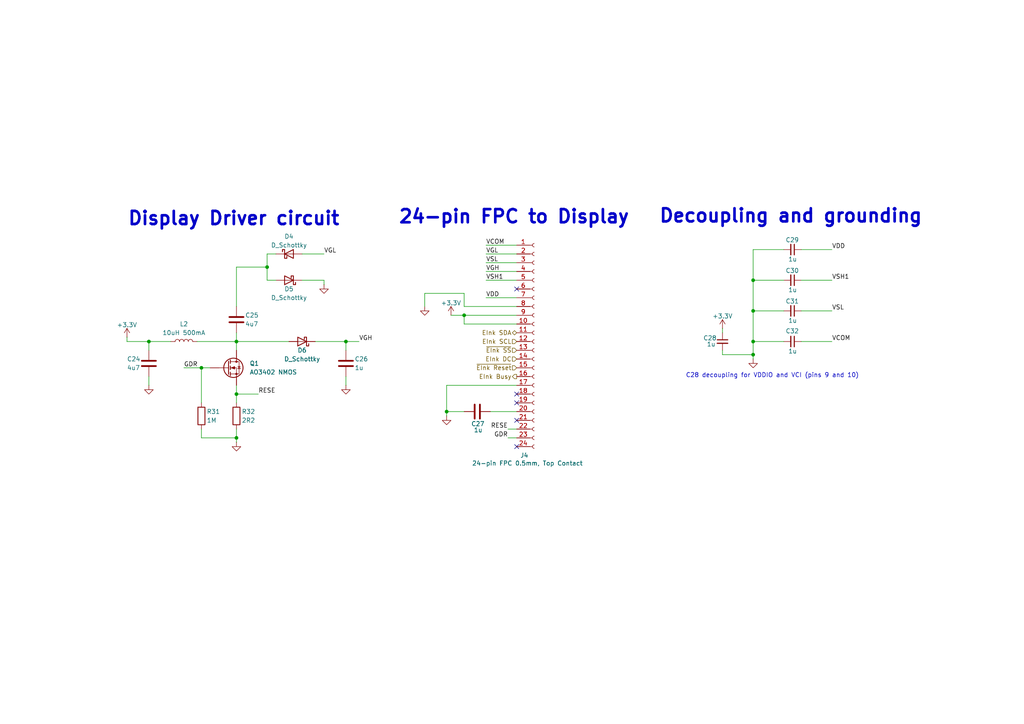
<source format=kicad_sch>
(kicad_sch (version 20250114) (generator "eeschema") (generator_version "9.0")
  (paper "A4")
  (title_block (title "Tiny Ambient Tracker - Eink display"))
  (lib_symbols
    (symbol "Connector:Conn_01x24_Socket" (pin_names (offset 1.016) (hide yes))
      (property "Reference" "J" (at 0 30.48 0))
      (property "Value" "Conn_01x24_Socket" (at 0 -33.02 0))
      (symbol "Conn_01x24_Socket_1_1"
        (polyline (pts (xy -1.27 27.94) (xy -0.508 27.94)) (stroke (width 0.1524)))
        (polyline (pts (xy -1.27 25.4) (xy -0.508 25.4)) (stroke (width 0.1524)))
        (polyline (pts (xy -1.27 22.86) (xy -0.508 22.86)) (stroke (width 0.1524)))
        (polyline (pts (xy -1.27 20.32) (xy -0.508 20.32)) (stroke (width 0.1524)))
        (polyline (pts (xy -1.27 17.78) (xy -0.508 17.78)) (stroke (width 0.1524)))
        (polyline (pts (xy -1.27 15.24) (xy -0.508 15.24)) (stroke (width 0.1524)))
        (polyline (pts (xy -1.27 12.7) (xy -0.508 12.7)) (stroke (width 0.1524)))
        (polyline (pts (xy -1.27 10.16) (xy -0.508 10.16)) (stroke (width 0.1524)))
        (polyline (pts (xy -1.27 7.62) (xy -0.508 7.62)) (stroke (width 0.1524)))
        (polyline (pts (xy -1.27 5.08) (xy -0.508 5.08)) (stroke (width 0.1524)))
        (polyline (pts (xy -1.27 2.54) (xy -0.508 2.54)) (stroke (width 0.1524)))
        (polyline (pts (xy -1.27 0) (xy -0.508 0)) (stroke (width 0.1524)))
        (polyline (pts (xy -1.27 -2.54) (xy -0.508 -2.54)) (stroke (width 0.1524)))
        (polyline (pts (xy -1.27 -5.08) (xy -0.508 -5.08)) (stroke (width 0.1524)))
        (polyline (pts (xy -1.27 -7.62) (xy -0.508 -7.62)) (stroke (width 0.1524)))
        (polyline (pts (xy -1.27 -10.16) (xy -0.508 -10.16)) (stroke (width 0.1524)))
        (polyline (pts (xy -1.27 -12.7) (xy -0.508 -12.7)) (stroke (width 0.1524)))
        (polyline (pts (xy -1.27 -15.24) (xy -0.508 -15.24)) (stroke (width 0.1524)))
        (polyline (pts (xy -1.27 -17.78) (xy -0.508 -17.78)) (stroke (width 0.1524)))
        (polyline (pts (xy -1.27 -20.32) (xy -0.508 -20.32)) (stroke (width 0.1524)))
        (polyline (pts (xy -1.27 -22.86) (xy -0.508 -22.86)) (stroke (width 0.1524)))
        (polyline (pts (xy -1.27 -25.4) (xy -0.508 -25.4)) (stroke (width 0.1524)))
        (polyline (pts (xy -1.27 -27.94) (xy -0.508 -27.94)) (stroke (width 0.1524)))
        (polyline (pts (xy -1.27 -30.48) (xy -0.508 -30.48)) (stroke (width 0.1524)))
        (arc (start 0 27.432) (mid -0.5058 27.94) (end 0 28.448) (stroke (width 0.1524)))
        (arc (start 0 24.892) (mid -0.5058 25.4) (end 0 25.908) (stroke (width 0.1524)))
        (arc (start 0 22.352) (mid -0.5058 22.86) (end 0 23.368) (stroke (width 0.1524)))
        (arc (start 0 19.812) (mid -0.5058 20.32) (end 0 20.828) (stroke (width 0.1524)))
        (arc (start 0 17.272) (mid -0.5058 17.78) (end 0 18.288) (stroke (width 0.1524)))
        (arc (start 0 14.732) (mid -0.5058 15.24) (end 0 15.748) (stroke (width 0.1524)))
        (arc (start 0 12.192) (mid -0.5058 12.7) (end 0 13.208) (stroke (width 0.1524)))
        (arc (start 0 9.652) (mid -0.5058 10.16) (end 0 10.668) (stroke (width 0.1524)))
        (arc (start 0 7.112) (mid -0.5058 7.62) (end 0 8.128) (stroke (width 0.1524)))
        (arc (start 0 4.572) (mid -0.5058 5.08) (end 0 5.588) (stroke (width 0.1524)))
        (arc (start 0 2.032) (mid -0.5058 2.54) (end 0 3.048) (stroke (width 0.1524)))
        (arc (start 0 -0.508) (mid -0.5058 0) (end 0 0.508) (stroke (width 0.1524)))
        (arc (start 0 -3.048) (mid -0.5058 -2.54) (end 0 -2.032) (stroke (width 0.1524)))
        (arc (start 0 -5.588) (mid -0.5058 -5.08) (end 0 -4.572) (stroke (width 0.1524)))
        (arc (start 0 -8.128) (mid -0.5058 -7.62) (end 0 -7.112) (stroke (width 0.1524)))
        (arc (start 0 -10.668) (mid -0.5058 -10.16) (end 0 -9.652) (stroke (width 0.1524)))
        (arc (start 0 -13.208) (mid -0.5058 -12.7) (end 0 -12.192) (stroke (width 0.1524)))
        (arc (start 0 -15.748) (mid -0.5058 -15.24) (end 0 -14.732) (stroke (width 0.1524)))
        (arc (start 0 -18.288) (mid -0.5058 -17.78) (end 0 -17.272) (stroke (width 0.1524)))
        (arc (start 0 -20.828) (mid -0.5058 -20.32) (end 0 -19.812) (stroke (width 0.1524)))
        (arc (start 0 -23.368) (mid -0.5058 -22.86) (end 0 -22.352) (stroke (width 0.1524)))
        (arc (start 0 -25.908) (mid -0.5058 -25.4) (end 0 -24.892) (stroke (width 0.1524)))
        (arc (start 0 -28.448) (mid -0.5058 -27.94) (end 0 -27.432) (stroke (width 0.1524)))
        (arc (start 0 -30.988) (mid -0.5058 -30.48) (end 0 -29.972) (stroke (width 0.1524)))
        (pin passive line (at -5.08 27.94 0) (length 3.81) (name "Pin_1") (number "1"))
        (pin passive line (at -5.08 25.4 0) (length 3.81) (name "Pin_2") (number "2"))
        (pin passive line (at -5.08 22.86 0) (length 3.81) (name "Pin_3") (number "3"))
        (pin passive line (at -5.08 20.32 0) (length 3.81) (name "Pin_4") (number "4"))
        (pin passive line (at -5.08 17.78 0) (length 3.81) (name "Pin_5") (number "5"))
        (pin passive line (at -5.08 15.24 0) (length 3.81) (name "Pin_6") (number "6"))
        (pin passive line (at -5.08 12.7 0) (length 3.81) (name "Pin_7") (number "7"))
        (pin passive line (at -5.08 10.16 0) (length 3.81) (name "Pin_8") (number "8"))
        (pin passive line (at -5.08 7.62 0) (length 3.81) (name "Pin_9") (number "9"))
        (pin passive line (at -5.08 5.08 0) (length 3.81) (name "Pin_10") (number "10"))
        (pin passive line (at -5.08 2.54 0) (length 3.81) (name "Pin_11") (number "11"))
        (pin passive line (at -5.08 0 0) (length 3.81) (name "Pin_12") (number "12"))
        (pin passive line (at -5.08 -2.54 0) (length 3.81) (name "Pin_13") (number "13"))
        (pin passive line (at -5.08 -5.08 0) (length 3.81) (name "Pin_14") (number "14"))
        (pin passive line (at -5.08 -7.62 0) (length 3.81) (name "Pin_15") (number "15"))
        (pin passive line (at -5.08 -10.16 0) (length 3.81) (name "Pin_16") (number "16"))
        (pin passive line (at -5.08 -12.7 0) (length 3.81) (name "Pin_17") (number "17"))
        (pin passive line (at -5.08 -15.24 0) (length 3.81) (name "Pin_18") (number "18"))
        (pin passive line (at -5.08 -17.78 0) (length 3.81) (name "Pin_19") (number "19"))
        (pin passive line (at -5.08 -20.32 0) (length 3.81) (name "Pin_20") (number "20"))
        (pin passive line (at -5.08 -22.86 0) (length 3.81) (name "Pin_21") (number "21"))
        (pin passive line (at -5.08 -25.4 0) (length 3.81) (name "Pin_22") (number "22"))
        (pin passive line (at -5.08 -27.94 0) (length 3.81) (name "Pin_23") (number "23"))
        (pin passive line (at -5.08 -30.48 0) (length 3.81) (name "Pin_24") (number "24"))
      )
    )
    (symbol "Device:C" (pin_numbers (hide yes)) (pin_names (offset 0.254))
      (property "Reference" "C" (at 0.635 2.54 0))
      (property "Value" "C" (at 0.635 -2.54 0))
      (symbol "C_0_1"
        (polyline (pts (xy -2.032 0.762) (xy 2.032 0.762)) (stroke (width 0.508)))
        (polyline (pts (xy -2.032 -0.762) (xy 2.032 -0.762)) (stroke (width 0.508)))
      )
      (symbol "C_1_1"
        (pin passive line (at 0 3.81 270) (length 2.794) (name "~") (number "1"))
        (pin passive line (at 0 -3.81 90) (length 2.794) (name "~") (number "2"))
      )
    )
    (symbol "Device:C_Small" (pin_numbers (hide yes)) (pin_names (offset 0.254) (hide yes))
      (property "Reference" "C" (at 0.254 1.778 0))
      (property "Value" "C_Small" (at 0.254 -2.032 0))
      (symbol "C_Small_0_1"
        (polyline (pts (xy -1.524 0.508) (xy 1.524 0.508)) (stroke (width 0.3048)))
        (polyline (pts (xy -1.524 -0.508) (xy 1.524 -0.508)) (stroke (width 0.3302)))
      )
      (symbol "C_Small_1_1"
        (pin passive line (at 0 2.54 270) (length 2.032) (name "~") (number "1"))
        (pin passive line (at 0 -2.54 90) (length 2.032) (name "~") (number "2"))
      )
    )
    (symbol "Device:D_Schottky" (pin_numbers (hide yes)) (pin_names (offset 1.016) (hide yes))
      (property "Reference" "D" (at 0 2.54 0))
      (property "Value" "D_Schottky" (at 0 -2.54 0))
      (symbol "D_Schottky_0_1"
        (polyline (pts (xy -1.905 0.635) (xy -1.905 1.27) (xy -1.27 1.27) (xy -1.27 -1.27) (xy -0.635 -1.27) (xy -0.635 -0.635)) (stroke (width 0.254)))
        (polyline (pts (xy 1.27 1.27) (xy 1.27 -1.27) (xy -1.27 0) (xy 1.27 1.27)) (stroke (width 0.254)))
        (polyline (pts (xy 1.27 0) (xy -1.27 0)))
      )
      (symbol "D_Schottky_1_1"
        (pin passive line (at -3.81 0 0) (length 2.54) (name "K") (number "1"))
        (pin passive line (at 3.81 0 180) (length 2.54) (name "A") (number "2"))
      )
    )
    (symbol "Device:L" (pin_numbers (hide yes)) (pin_names (offset 1.016) (hide yes))
      (property "Reference" "L" (at -1.27 0 90))
      (property "Value" "L" (at 1.905 0 90))
      (symbol "L_0_1"
        (arc (start 0 2.54) (mid 0.6323 1.905) (end 0 1.27))
        (arc (start 0 1.27) (mid 0.6323 0.635) (end 0 0))
        (arc (start 0 0) (mid 0.6323 -0.635) (end 0 -1.27))
        (arc (start 0 -1.27) (mid 0.6323 -1.905) (end 0 -2.54))
      )
      (symbol "L_1_1"
        (pin passive line (at 0 3.81 270) (length 1.27) (name "1") (number "1"))
        (pin passive line (at 0 -3.81 90) (length 1.27) (name "2") (number "2"))
      )
    )
    (symbol "Device:Q_NMOS" (pin_numbers (hide yes)) (pin_names (offset 0) (hide yes))
      (property "Reference" "Q" (at 5.08 1.27 0))
      (property "Value" "Q_NMOS" (at 5.08 -1.27 0))
      (symbol "Q_NMOS_0_1"
        (polyline (pts (xy 0.254 1.905) (xy 0.254 -1.905)) (stroke (width 0.254)))
        (polyline (pts (xy 0.254 0) (xy -2.54 0)))
        (polyline (pts (xy 0.762 2.286) (xy 0.762 1.27)) (stroke (width 0.254)))
        (polyline (pts (xy 0.762 0.508) (xy 0.762 -0.508)) (stroke (width 0.254)))
        (polyline (pts (xy 0.762 -1.27) (xy 0.762 -2.286)) (stroke (width 0.254)))
        (polyline (pts (xy 0.762 -1.778) (xy 3.302 -1.778) (xy 3.302 1.778) (xy 0.762 1.778)))
        (polyline (pts (xy 1.016 0) (xy 2.032 0.381) (xy 2.032 -0.381) (xy 1.016 0)) (fill (type outline)))
        (circle (center 1.651 0) (radius 2.794) (stroke (width 0.254)))
        (polyline (pts (xy 2.54 2.54) (xy 2.54 1.778)))
        (circle (center 2.54 1.778) (radius 0.254) (fill (type outline)))
        (circle (center 2.54 -1.778) (radius 0.254) (fill (type outline)))
        (polyline (pts (xy 2.54 -2.54) (xy 2.54 0) (xy 0.762 0)))
        (polyline (pts (xy 2.921 0.381) (xy 3.683 0.381)))
        (polyline (pts (xy 3.302 0.381) (xy 2.921 -0.254) (xy 3.683 -0.254) (xy 3.302 0.381)))
      )
      (symbol "Q_NMOS_1_1"
        (pin input line (at -5.08 0 0) (length 2.54) (name "G") (number "G"))
        (pin passive line (at 2.54 5.08 270) (length 2.54) (name "D") (number "D"))
        (pin passive line (at 2.54 -5.08 90) (length 2.54) (name "S") (number "S"))
      )
    )
    (symbol "Device:R" (pin_numbers (hide yes)) (pin_names (offset 0))
      (property "Reference" "R" (at 2.032 0 90))
      (property "Value" "R" (at 0 0 90))
      (symbol "R_0_1"
        (rectangle (start -1.016 -2.54) (end 1.016 2.54) (stroke (width 0.254)))
      )
      (symbol "R_1_1"
        (pin passive line (at 0 3.81 270) (length 1.27) (name "~") (number "1"))
        (pin passive line (at 0 -3.81 90) (length 1.27) (name "~") (number "2"))
      )
    )
    (symbol "power:+3.3V" (power) (pin_numbers (hide yes)) (pin_names (offset 0) (hide yes))
      (property "Value" "+3.3V" (at 0 3.556 0))
      (symbol "+3.3V_0_1"
        (polyline (pts (xy -0.762 1.27) (xy 0 2.54)))
        (polyline (pts (xy 0 2.54) (xy 0.762 1.27)))
        (polyline (pts (xy 0 0) (xy 0 2.54)))
      )
      (symbol "+3.3V_1_1"
        (pin power_in line (at 0 0 90) (length 0) (name "~") (number "1"))
      )
    )
    (symbol "power:GND" (power) (pin_numbers (hide yes)) (pin_names (offset 0) (hide yes))
      (property "Value" "GND" (at 0 -3.81 0))
      (symbol "GND_0_1"
        (polyline (pts (xy 0 0) (xy 0 -1.27) (xy 1.27 -1.27) (xy 0 -2.54) (xy -1.27 -1.27) (xy 0 -1.27)))
      )
      (symbol "GND_1_1"
        (pin power_in line (at 0 0 270) (length 0) (name "~") (number "1"))
      )
    )
  )
  (text "Display Driver circuit" (at 67.818 63.5 0) (effects (font (size 3.81 3.81) (thickness 0.762) (bold yes))))
  (text "24-pin FPC to Display" (at 149.098 62.992 0) (effects (font (size 3.81 3.81) (thickness 0.762) (bold yes))))
  (text "C28 decoupling for VDDIO and VCI (pins 9 and 10)" (at 224.028 108.966 0) (effects (font (size 1.27 1.27))))
  (text "Decoupling and grounding" (at 229.362 62.738 0) (effects (font (size 3.81 3.81) (thickness 0.762) (bold yes))))
  (junction (at 77.47 77.47))
  (junction (at 68.58 99.06))
  (junction (at 100.33 99.06))
  (junction (at 218.44 99.06))
  (junction (at 58.42 106.68))
  (junction (at 68.58 114.3))
  (junction (at 218.44 81.28))
  (junction (at 218.44 102.87))
  (junction (at 134.62 91.44))
  (junction (at 218.44 90.17))
  (junction (at 43.18 99.06))
  (junction (at 129.54 119.38))
  (junction (at 68.58 127))
  (no_connect (at 149.86 129.54))
  (no_connect (at 149.86 121.92))
  (no_connect (at 149.86 116.84))
  (no_connect (at 149.86 83.82))
  (no_connect (at 149.86 114.3))
  (wire (pts (xy 218.44 81.28) (xy 218.44 90.17)))
  (wire (pts (xy 218.44 72.39) (xy 218.44 81.28)))
  (wire (pts (xy 209.55 102.87) (xy 218.44 102.87)))
  (wire (pts (xy 68.58 96.52) (xy 68.58 99.06)))
  (wire (pts (xy 68.58 124.46) (xy 68.58 127)))
  (wire (pts (xy 57.15 99.06) (xy 68.58 99.06)))
  (wire (pts (xy 68.58 77.47) (xy 68.58 88.9)))
  (wire (pts (xy 218.44 90.17) (xy 227.33 90.17)))
  (wire (pts (xy 68.58 99.06) (xy 83.82 99.06)))
  (wire (pts (xy 68.58 99.06) (xy 68.58 101.6)))
  (wire (pts (xy 36.83 99.06) (xy 36.83 97.79)))
  (wire (pts (xy 218.44 81.28) (xy 227.33 81.28)))
  (wire (pts (xy 232.41 90.17) (xy 241.3 90.17)))
  (wire (pts (xy 134.62 93.98) (xy 134.62 91.44)))
  (wire (pts (xy 232.41 99.06) (xy 241.3 99.06)))
  (wire (pts (xy 58.42 106.68) (xy 60.96 106.68)))
  (wire (pts (xy 87.63 81.28) (xy 93.98 81.28)))
  (wire (pts (xy 68.58 127) (xy 68.58 128.27)))
  (wire (pts (xy 77.47 77.47) (xy 77.47 73.66)))
  (wire (pts (xy 91.44 99.06) (xy 100.33 99.06)))
  (wire (pts (xy 209.55 101.6) (xy 209.55 102.87)))
  (wire (pts (xy 140.97 78.74) (xy 149.86 78.74)))
  (wire (pts (xy 140.97 76.2) (xy 149.86 76.2)))
  (wire (pts (xy 53.34 106.68) (xy 58.42 106.68)))
  (wire (pts (xy 100.33 99.06) (xy 104.14 99.06)))
  (wire (pts (xy 218.44 102.87) (xy 218.44 104.14)))
  (wire (pts (xy 77.47 81.28) (xy 80.01 81.28)))
  (wire (pts (xy 58.42 124.46) (xy 58.42 127)))
  (wire (pts (xy 68.58 111.76) (xy 68.58 114.3)))
  (wire (pts (xy 147.32 127) (xy 149.86 127)))
  (wire (pts (xy 149.86 88.9) (xy 134.62 88.9)))
  (wire (pts (xy 43.18 109.22) (xy 43.18 111.76)))
  (wire (pts (xy 140.97 86.36) (xy 149.86 86.36)))
  (wire (pts (xy 134.62 119.38) (xy 129.54 119.38)))
  (wire (pts (xy 129.54 119.38) (xy 129.54 120.65)))
  (wire (pts (xy 130.81 91.44) (xy 134.62 91.44)))
  (wire (pts (xy 134.62 88.9) (xy 134.62 85.09)))
  (wire (pts (xy 134.62 85.09) (xy 123.19 85.09)))
  (wire (pts (xy 93.98 81.28) (xy 93.98 82.55)))
  (wire (pts (xy 142.24 119.38) (xy 149.86 119.38)))
  (wire (pts (xy 232.41 81.28) (xy 241.3 81.28)))
  (wire (pts (xy 129.54 111.76) (xy 129.54 119.38)))
  (wire (pts (xy 147.32 124.46) (xy 149.86 124.46)))
  (wire (pts (xy 100.33 99.06) (xy 100.33 101.6)))
  (wire (pts (xy 218.44 90.17) (xy 218.44 99.06)))
  (wire (pts (xy 123.19 85.09) (xy 123.19 88.9)))
  (wire (pts (xy 134.62 91.44) (xy 149.86 91.44)))
  (wire (pts (xy 218.44 72.39) (xy 227.33 72.39)))
  (wire (pts (xy 43.18 101.6) (xy 43.18 99.06)))
  (wire (pts (xy 77.47 77.47) (xy 77.47 81.28)))
  (wire (pts (xy 134.62 93.98) (xy 149.86 93.98)))
  (wire (pts (xy 140.97 73.66) (xy 149.86 73.66)))
  (wire (pts (xy 100.33 109.22) (xy 100.33 111.76)))
  (wire (pts (xy 68.58 114.3) (xy 74.93 114.3)))
  (wire (pts (xy 232.41 72.39) (xy 241.3 72.39)))
  (wire (pts (xy 43.18 99.06) (xy 49.53 99.06)))
  (wire (pts (xy 68.58 77.47) (xy 77.47 77.47)))
  (wire (pts (xy 218.44 99.06) (xy 227.33 99.06)))
  (wire (pts (xy 68.58 127) (xy 58.42 127)))
  (wire (pts (xy 218.44 99.06) (xy 218.44 102.87)))
  (wire (pts (xy 149.86 111.76) (xy 129.54 111.76)))
  (wire (pts (xy 209.55 95.25) (xy 209.55 96.52)))
  (wire (pts (xy 77.47 73.66) (xy 80.01 73.66)))
  (wire (pts (xy 68.58 114.3) (xy 68.58 116.84)))
  (wire (pts (xy 87.63 73.66) (xy 93.98 73.66)))
  (wire (pts (xy 140.97 81.28) (xy 149.86 81.28)))
  (wire (pts (xy 140.97 71.12) (xy 149.86 71.12)))
  (wire (pts (xy 58.42 106.68) (xy 58.42 116.84)))
  (wire (pts (xy 36.83 99.06) (xy 43.18 99.06)))
  (label "VGH" (at 140.97 78.74 0))
  (label "RESE" (at 147.32 124.46 180))
  (label "VCOM" (at 241.3 99.06 0))
  (label "RESE" (at 74.93 114.3 0))
  (label "VCOM" (at 140.97 71.12 0))
  (label "GDR" (at 53.34 106.68 0))
  (label "VDD" (at 241.3 72.39 0))
  (label "VSH1" (at 241.3 81.28 0))
  (label "VGH" (at 104.14 99.06 0))
  (label "VSL" (at 241.3 90.17 0))
  (label "VDD" (at 140.97 86.36 0))
  (label "VSL" (at 140.97 76.2 0))
  (label "VSH1" (at 140.97 81.28 0))
  (label "GDR" (at 147.32 127 180))
  (label "VGL" (at 93.98 73.66 0))
  (label "VGL" (at 140.97 73.66 0))
  (hierarchical_label "EInk SCL" (shape input) (at 149.86 99.06 180))
  (hierarchical_label "EInk Busy" (shape output) (at 149.86 109.22 180))
  (hierarchical_label "~{EInk SS}" (shape input) (at 149.86 101.6 180))
  (hierarchical_label "EInk DC" (shape input) (at 149.86 104.14 180))
  (hierarchical_label "~{EInk Reset}" (shape input) (at 149.86 106.68 180))
  (hierarchical_label "EInk SDA" (shape bidirectional) (at 149.86 96.52 180))
  (symbol (lib_id "power:GND") (at 68.58 128.27 0) (unit 1)
    (property "Reference" "#PWR052" (effects (hide yes)))
    (property "Value" "GND" (effects (hide yes)))
    (property "Description" "Power symbol creates a global label with name \"GND\" , ground" (effects (hide yes)))
  )
  (symbol (lib_id "Device:D_Schottky") (at 87.63 99.06 180) (unit 1)
    (property "Reference" "D6" (at 87.63 101.6 0))
    (property "Value" "D_Schottky" (at 87.63 104.14 0))
    (property "Footprint" "Diode_SMD:D_SOD-123" (effects (hide yes)))
    (property "Datasheet" "https://www.lcsc.com/datasheet/lcsc_datasheet_2410121257_Jiangsu-Changjing-Electronics-Technology-Co---Ltd--B5819W-SL_C8598.pdf" (effects (hide yes)))
    (property "Description" "Schottky diode" (effects (hide yes)))
    (property "Link" "https://www.lcsc.com/product-detail/Schottky-Diodes_Jiangsu-Changjing-Electronics-Technology-Co-Ltd-B5819W-SL_C8598.html?s_z=n_B5819W" (effects (hide yes)))
  )
  (symbol (lib_id "Device:C_Small") (at 229.87 99.06 270) (unit 1)
    (property "Reference" "C32" (at 227.838 96.012 90) (effects (justify left)))
    (property "Value" "1u" (at 228.6 101.854 90) (effects (justify left)))
    (property "Footprint" "Capacitor_SMD:C_0603_1608Metric" (effects (hide yes)))
    (property "Description" "Unpolarized capacitor, small symbol" (effects (hide yes)))
    (property "Link" "https://www.lcsc.com/product-detail/Multilayer-Ceramic-Capacitors-MLCC-SMD-SMT_Samsung-Electro-Mechanics-CL10B105KA8NNNC_C29936.html" (effects (hide yes)))
  )
  (symbol (lib_id "Device:C_Small") (at 229.87 90.17 270) (unit 1)
    (property "Reference" "C31" (at 227.838 87.376 90) (effects (justify left)))
    (property "Value" "1u" (at 228.6 92.964 90) (effects (justify left)))
    (property "Footprint" "Capacitor_SMD:C_0603_1608Metric" (effects (hide yes)))
    (property "Description" "Unpolarized capacitor, small symbol" (effects (hide yes)))
    (property "Link" "https://www.lcsc.com/product-detail/Multilayer-Ceramic-Capacitors-MLCC-SMD-SMT_Samsung-Electro-Mechanics-CL10B105KA8NNNC_C29936.html" (effects (hide yes)))
  )
  (symbol (lib_id "power:GND") (at 123.19 88.9 0) (unit 1)
    (property "Reference" "#PWR055" (effects (hide yes)))
    (property "Value" "GND" (effects (hide yes)))
    (property "Description" "Power symbol creates a global label with name \"GND\" , ground" (effects (hide yes)))
  )
  (symbol (lib_id "Device:C") (at 43.18 105.41 0) (unit 1)
    (property "Reference" "C24" (at 36.83 104.14 0) (effects (justify left)))
    (property "Value" "4u7" (at 36.83 106.68 0) (effects (justify left)))
    (property "Footprint" "Capacitor_SMD:C_0603_1608Metric" (effects (hide yes)))
    (property "Description" "Unpolarized capacitor" (effects (hide yes)))
    (property "Link" "https://www.lcsc.com/product-detail/Multilayer-Ceramic-Capacitors-MLCC-SMD-SMT_HRE-CGA0603X5R475K250JT_C6119856.html" (effects (hide yes)))
  )
  (symbol (lib_id "Device:C_Small") (at 229.87 72.39 270) (unit 1)
    (property "Reference" "C29" (at 227.838 69.596 90) (effects (justify left)))
    (property "Value" "1u" (at 228.6 75.184 90) (effects (justify left)))
    (property "Footprint" "Capacitor_SMD:C_0603_1608Metric" (effects (hide yes)))
    (property "Description" "Unpolarized capacitor, small symbol" (effects (hide yes)))
    (property "Link" "https://www.lcsc.com/product-detail/Multilayer-Ceramic-Capacitors-MLCC-SMD-SMT_Samsung-Electro-Mechanics-CL10B105KA8NNNC_C29936.html" (effects (hide yes)))
  )
  (symbol (lib_id "Connector:Conn_01x24_Socket") (at 154.94 99.06 0) (unit 1)
    (property "Reference" "J4" (at 150.876 132.08 0) (effects (justify left)))
    (property "Value" "24-pin FPC 0.5mm, Top Contact" (at 136.906 134.366 0) (effects (justify left)))
    (property "Footprint" "Connector_FFC-FPC:Jushuo_AFC07-S24FCA-00_1x24-1MP_P0.50_Horizontal" (effects (hide yes)))
    (property "Datasheet" "https://www.lcsc.com/datasheet/lcsc_datasheet_2504101957_JUSHUO-AFC07-S24ECA-00_C262643.pdf" (effects (hide yes)))
    (property "Description" "24-socket FPC, 0.5mm pitch, slide lock" (effects (hide yes)))
    (property "Link" "https://www.lcsc.com/product-detail/FFC-FPC-Flat-Flexible-Connector-Assemblies_JUSHUO-AFC07-S24ECA-00_C262643.html?s_z=n_JUSHUO%2520AFC07-S24ECA-00" (effects (hide yes)))
  )
  (symbol (lib_id "Device:L") (at 53.34 99.06 90) (unit 1)
    (property "Reference" "L2" (at 53.34 93.98 90))
    (property "Value" "10uH 500mA" (at 53.34 96.52 90))
    (property "Footprint" "Inductor_SMD:L_0805_2012Metric" (effects (hide yes)))
    (property "Datasheet" "https://www.lcsc.com/datasheet/lcsc_datasheet_1811141852_microgate-MGFL2012F100MT-LF_C281113.pdf" (effects (hide yes)))
    (property "Description" "Inductor" (effects (hide yes)))
    (property "Link" "https://www.lcsc.com/product-detail/Inductors-SMD_microgate-MGFL2012F100MT-LF_C281113.html" (effects (hide yes)))
  )
  (symbol (lib_id "Device:C") (at 138.43 119.38 270) (unit 1)
    (property "Reference" "C27" (at 136.652 122.936 90) (effects (justify left)))
    (property "Value" "1u" (at 137.414 124.714 90) (effects (justify left)))
    (property "Footprint" "Capacitor_SMD:C_0603_1608Metric" (effects (hide yes)))
    (property "Description" "Unpolarized capacitor" (effects (hide yes)))
    (property "Link" "https://www.lcsc.com/product-detail/Multilayer-Ceramic-Capacitors-MLCC-SMD-SMT_Samsung-Electro-Mechanics-CL10B105KA8NNNC_C29936.html" (effects (hide yes)))
  )
  (symbol (lib_id "Device:R") (at 58.42 120.65 0) (unit 1)
    (property "Reference" "R31" (at 59.944 119.38 0) (effects (justify left)))
    (property "Value" "1M" (at 59.944 121.92 0) (effects (justify left)))
    (property "Footprint" "Resistor_SMD:R_0603_1608Metric" (effects (hide yes)))
    (property "Datasheet" "https://www.lcsc.com/datasheet/lcsc_datasheet_2411221126_UNI-ROYAL-Uniroyal-Elec-0603WAF1004T5E_C22935.pdf" (effects (hide yes)))
    (property "Description" "Resistor" (effects (hide yes)))
    (property "Link" "https://www.lcsc.com/product-detail/Chip-Resistor-Surface-Mount_UNI-ROYAL-Uniroyal-Elec-0603WAF1004T5E_C22935.html" (effects (hide yes)))
  )
  (symbol (lib_id "power:GND") (at 129.54 120.65 0) (unit 1)
    (property "Reference" "#PWR056" (effects (hide yes)))
    (property "Value" "GND" (effects (hide yes)))
    (property "Description" "Power symbol creates a global label with name \"GND\" , ground" (effects (hide yes)))
  )
  (symbol (lib_id "power:GND") (at 93.98 82.55 0) (unit 1)
    (property "Reference" "#PWR053" (effects (hide yes)))
    (property "Value" "GND" (effects (hide yes)))
    (property "Description" "Power symbol creates a global label with name \"GND\" , ground" (effects (hide yes)))
  )
  (symbol (lib_id "power:+3.3V") (at 36.83 97.79 0) (unit 1)
    (property "Reference" "#PWR050" (effects (hide yes)))
    (property "Value" "+3.3V" (at 36.83 94.234 0))
    (property "Description" "Power symbol creates a global label with name \"+3.3V\"" (effects (hide yes)))
  )
  (symbol (lib_id "Device:C") (at 100.33 105.41 0) (unit 1)
    (property "Reference" "C26" (at 102.87 104.14 0) (effects (justify left)))
    (property "Value" "1u" (at 102.87 106.68 0) (effects (justify left)))
    (property "Footprint" "Capacitor_SMD:C_0603_1608Metric" (effects (hide yes)))
    (property "Datasheet" "https://www.lcsc.com/datasheet/lcsc_datasheet_2304140030_Samsung-Electro-Mechanics-CL10B105KA8NNNC_C29936.pdf" (effects (hide yes)))
    (property "Description" "Unpolarized capacitor" (effects (hide yes)))
    (property "Link" "https://www.lcsc.com/product-detail/Multilayer-Ceramic-Capacitors-MLCC-SMD-SMT_Samsung-Electro-Mechanics-CL10B105KA8NNNC_C29936.html" (effects (hide yes)))
  )
  (symbol (lib_id "power:GND") (at 43.18 111.76 0) (unit 1)
    (property "Reference" "#PWR051" (effects (hide yes)))
    (property "Value" "GND" (effects (hide yes)))
    (property "Description" "Power symbol creates a global label with name \"GND\" , ground" (effects (hide yes)))
  )
  (symbol (lib_id "Device:D_Schottky") (at 83.82 81.28 180) (unit 1)
    (property "Reference" "D5" (at 83.82 83.82 0))
    (property "Value" "D_Schottky" (at 83.82 86.36 0))
    (property "Footprint" "Diode_SMD:D_SOD-123" (effects (hide yes)))
    (property "Datasheet" "https://www.lcsc.com/datasheet/lcsc_datasheet_2410121257_Jiangsu-Changjing-Electronics-Technology-Co---Ltd--B5819W-SL_C8598.pdf" (effects (hide yes)))
    (property "Description" "Schottky diode" (effects (hide yes)))
    (property "Link" "https://www.lcsc.com/product-detail/Schottky-Diodes_Jiangsu-Changjing-Electronics-Technology-Co-Ltd-B5819W-SL_C8598.html?s_z=n_B5819W" (effects (hide yes)))
  )
  (symbol (lib_id "Device:Q_NMOS") (at 66.04 106.68 0) (unit 1)
    (property "Reference" "Q1" (at 72.39 105.4099 0) (effects (justify left)))
    (property "Value" "AO3402 NMOS" (at 72.39 107.9499 0) (effects (justify left)))
    (property "Footprint" "Package_TO_SOT_SMD:SOT-23" (effects (hide yes)))
    (property "Datasheet" "https://www.lcsc.com/datasheet/lcsc_datasheet_2410121835_Alpha---Omega-Semicon-AO3402_C14385.pdf" (effects (hide yes)))
    (property "Description" "N-MOSFET transistor" (effects (hide yes)))
    (property "Link" "https://www.lcsc.com/product-detail/MOSFETs_Alpha-Omega-Semicon-AO3402_C14385.html?s_z=n_AO3402" (effects (hide yes)))
  )
  (symbol (lib_id "power:+3.3V") (at 130.81 91.44 0) (unit 1)
    (property "Reference" "#PWR057" (effects (hide yes)))
    (property "Value" "+3.3V" (at 130.81 87.884 0))
    (property "Description" "Power symbol creates a global label with name \"+3.3V\"" (effects (hide yes)))
  )
  (symbol (lib_id "Device:R") (at 68.58 120.65 0) (unit 1)
    (property "Reference" "R32" (at 70.104 119.38 0) (effects (justify left)))
    (property "Value" "2R2" (at 70.104 121.92 0) (effects (justify left)))
    (property "Footprint" "Resistor_SMD:R_0603_1608Metric" (effects (hide yes)))
    (property "Datasheet" "https://www.lcsc.com/datasheet/lcsc_datasheet_2411221126_UNI-ROYAL-Uniroyal-Elec-0603WAF220KT5E_C22939.pdf" (effects (hide yes)))
    (property "Description" "Resistor" (effects (hide yes)))
    (property "Link" "https://www.lcsc.com/product-detail/Chip-Resistor-Surface-Mount_UNI-ROYAL-Uniroyal-Elec-0603WAF220KT5E_C22939.html" (effects (hide yes)))
  )
  (symbol (lib_id "power:GND") (at 100.33 111.76 0) (unit 1)
    (property "Reference" "#PWR054" (effects (hide yes)))
    (property "Value" "GND" (effects (hide yes)))
    (property "Description" "Power symbol creates a global label with name \"GND\" , ground" (effects (hide yes)))
  )
  (symbol (lib_id "Device:D_Schottky") (at 83.82 73.66 0) (unit 1)
    (property "Reference" "D4" (at 83.82 68.58 0))
    (property "Value" "D_Schottky" (at 83.82 71.12 0))
    (property "Footprint" "Diode_SMD:D_SOD-123" (effects (hide yes)))
    (property "Datasheet" "https://www.lcsc.com/datasheet/lcsc_datasheet_2410121257_Jiangsu-Changjing-Electronics-Technology-Co---Ltd--B5819W-SL_C8598.pdf" (effects (hide yes)))
    (property "Description" "Schottky diode" (effects (hide yes)))
    (property "Link" "https://www.lcsc.com/product-detail/Schottky-Diodes_Jiangsu-Changjing-Electronics-Technology-Co-Ltd-B5819W-SL_C8598.html?s_z=n_B5819W" (effects (hide yes)))
  )
  (symbol (lib_id "Device:C_Small") (at 209.55 99.06 0) (unit 1)
    (property "Reference" "C28" (at 203.962 98.044 0) (effects (justify left)))
    (property "Value" "1u" (at 204.978 99.822 0) (effects (justify left)))
    (property "Footprint" "Capacitor_SMD:C_0603_1608Metric" (effects (hide yes)))
    (property "Description" "Unpolarized capacitor, small symbol" (effects (hide yes)))
    (property "Link" "https://www.lcsc.com/product-detail/Multilayer-Ceramic-Capacitors-MLCC-SMD-SMT_Samsung-Electro-Mechanics-CL10B105KA8NNNC_C29936.html" (effects (hide yes)))
  )
  (symbol (lib_id "Device:C") (at 68.58 92.71 0) (unit 1)
    (property "Reference" "C25" (at 71.12 91.44 0) (effects (justify left)))
    (property "Value" "4u7" (at 71.12 93.98 0) (effects (justify left)))
    (property "Footprint" "Capacitor_SMD:C_0603_1608Metric" (effects (hide yes)))
    (property "Description" "Unpolarized capacitor" (effects (hide yes)))
    (property "Link" "https://www.lcsc.com/product-detail/Multilayer-Ceramic-Capacitors-MLCC-SMD-SMT_HRE-CGA0603X5R475K250JT_C6119856.html" (effects (hide yes)))
  )
  (symbol (lib_id "power:+3.3V") (at 209.55 95.25 0) (unit 1)
    (property "Reference" "#PWR058" (effects (hide yes)))
    (property "Value" "+3.3V" (at 209.55 91.694 0))
    (property "Description" "Power symbol creates a global label with name \"+3.3V\"" (effects (hide yes)))
  )
  (symbol (lib_id "power:GND") (at 218.44 104.14 0) (unit 1)
    (property "Reference" "#PWR059" (effects (hide yes)))
    (property "Value" "GND" (effects (hide yes)))
    (property "Description" "Power symbol creates a global label with name \"GND\" , ground" (effects (hide yes)))
  )
  (symbol (lib_id "Device:C_Small") (at 229.87 81.28 270) (unit 1)
    (property "Reference" "C30" (at 227.838 78.486 90) (effects (justify left)))
    (property "Value" "1u" (at 228.6 84.074 90) (effects (justify left)))
    (property "Footprint" "Capacitor_SMD:C_0603_1608Metric" (effects (hide yes)))
    (property "Description" "Unpolarized capacitor, small symbol" (effects (hide yes)))
    (property "Link" "https://www.lcsc.com/product-detail/Multilayer-Ceramic-Capacitors-MLCC-SMD-SMT_Samsung-Electro-Mechanics-CL10B105KA8NNNC_C29936.html" (effects (hide yes)))
  )
)
</source>
